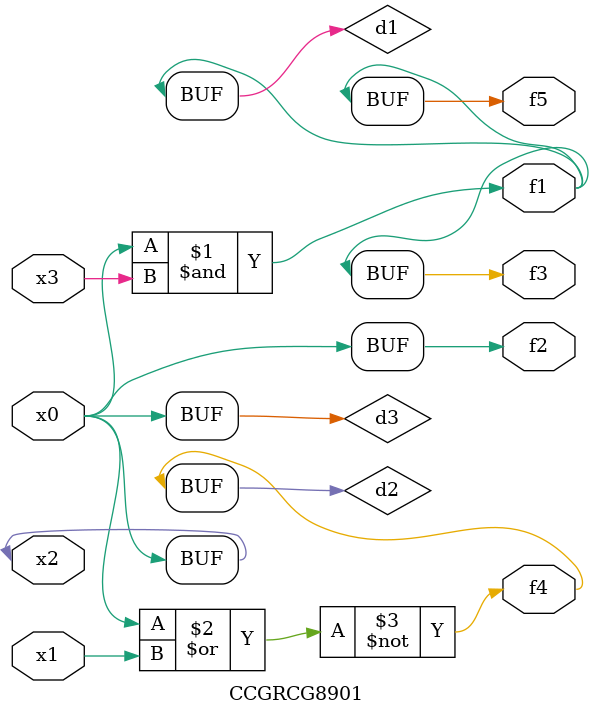
<source format=v>
module CCGRCG8901(
	input x0, x1, x2, x3,
	output f1, f2, f3, f4, f5
);

	wire d1, d2, d3;

	and (d1, x2, x3);
	nor (d2, x0, x1);
	buf (d3, x0, x2);
	assign f1 = d1;
	assign f2 = d3;
	assign f3 = d1;
	assign f4 = d2;
	assign f5 = d1;
endmodule

</source>
